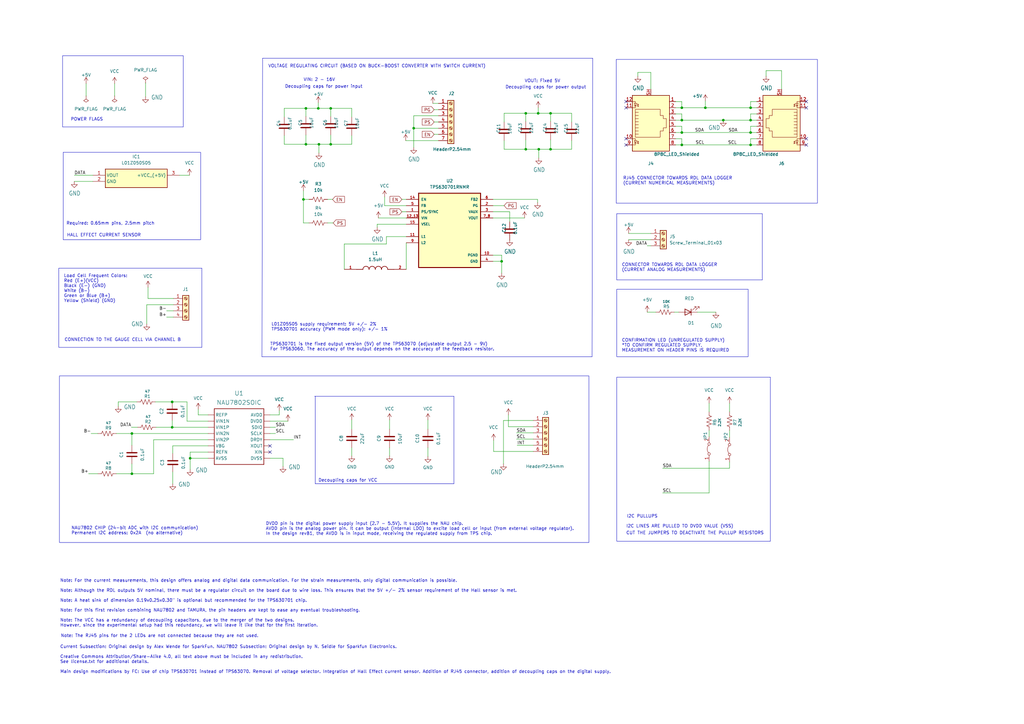
<source format=kicad_sch>
(kicad_sch (version 20230121) (generator eeschema)
  (paper "A3")
  (title_block (title "NAU7802 Board for Current and Strain Measurements") (date "2024-03-12") (rev "rev B1") (company "Jericho Laboratory Inc.") (comment 1 "Modifications by Frederic Coulombe, BEng MSc"))
  (lib_symbols
    (symbol "Connector:8P8C_LED_Shielded" (pin_names (offset 1.016))
      (property "Reference" "J" (at -5.08 13.97 0))
      (property "Value" "8P8C_LED_Shielded" (at 1.27 13.97 0))
      (symbol "8P8C_LED_Shielded_1_1"
        (pin passive line (at 10.16 -7.62 180) (length 2.54) (name "~") (number "1"))
        (pin passive line (at -10.16 7.62 0) (length 2.54) (name "~") (number "10"))
        (pin passive line (at -10.16 -5.08 0) (length 2.54) (name "~") (number "11"))
        (pin passive line (at -10.16 -7.62 0) (length 2.54) (name "~") (number "12"))
        (pin passive line (at 10.16 -5.08 180) (length 2.54) (name "~") (number "2"))
        (pin passive line (at 10.16 -2.54 180) (length 2.54) (name "~") (number "3"))
        (pin passive line (at 10.16 0 180) (length 2.54) (name "~") (number "4"))
        (pin passive line (at 10.16 2.54 180) (length 2.54) (name "~") (number "5"))
        (pin passive line (at 10.16 5.08 180) (length 2.54) (name "~") (number "6"))
        (pin passive line (at 10.16 7.62 180) (length 2.54) (name "~") (number "7"))
        (pin passive line (at 10.16 10.16 180) (length 2.54) (name "~") (number "8"))
        (pin passive line (at -10.16 10.16 0) (length 2.54) (name "~") (number "9"))
        (pin passive line (at 0 -12.7 90) (length 2.54) (name "~") (number "SH"))
      )
    )
    (symbol "Connector:Screw_Terminal_01x03" (pin_names (offset 1.016) hide)
      (property "Reference" "J" (at 0 5.08 0))
      (property "Value" "Screw_Terminal_01x03" (at 0 -5.08 0))
      (symbol "Screw_Terminal_01x03_1_1"
        (pin passive line (at -5.08 2.54 0) (length 3.81) (name "Pin_1") (number "1"))
        (pin passive line (at -5.08 0 0) (length 3.81) (name "Pin_2") (number "2"))
        (pin passive line (at -5.08 -2.54 0) (length 3.81) (name "Pin_3") (number "3"))
      )
    )
    (symbol "Connector:Screw_Terminal_01x04" (pin_names (offset 1.016) hide)
      (property "Reference" "J" (at 0 5.08 0))
      (property "Value" "Screw_Terminal_01x04" (at 0 -7.62 0))
      (symbol "Screw_Terminal_01x04_1_1"
        (pin passive line (at -5.08 2.54 0) (length 3.81) (name "Pin_1") (number "1"))
        (pin passive line (at -5.08 0 0) (length 3.81) (name "Pin_2") (number "2"))
        (pin passive line (at -5.08 -2.54 0) (length 3.81) (name "Pin_3") (number "3"))
        (pin passive line (at -5.08 -5.08 0) (length 3.81) (name "Pin_4") (number "4"))
      )
    )
    (symbol "Connector:Screw_Terminal_01x06" (pin_names (offset 1.016) hide)
      (property "Reference" "J" (at 0 7.62 0))
      (property "Value" "Screw_Terminal_01x06" (at 0 -10.16 0))
      (symbol "Screw_Terminal_01x06_1_1"
        (pin passive line (at -5.08 5.08 0) (length 3.81) (name "Pin_1") (number "1"))
        (pin passive line (at -5.08 2.54 0) (length 3.81) (name "Pin_2") (number "2"))
        (pin passive line (at -5.08 0 0) (length 3.81) (name "Pin_3") (number "3"))
        (pin passive line (at -5.08 -2.54 0) (length 3.81) (name "Pin_4") (number "4"))
        (pin passive line (at -5.08 -5.08 0) (length 3.81) (name "Pin_5") (number "5"))
        (pin passive line (at -5.08 -7.62 0) (length 3.81) (name "Pin_6") (number "6"))
      )
    )
    (symbol "Connector:Screw_Terminal_01x07" (pin_names (offset 1.016) hide)
      (property "Reference" "J" (at 0 10.16 0))
      (property "Value" "Screw_Terminal_01x07" (at 0 -10.16 0))
      (symbol "Screw_Terminal_01x07_1_1"
        (pin passive line (at -5.08 7.62 0) (length 3.81) (name "Pin_1") (number "1"))
        (pin passive line (at -5.08 5.08 0) (length 3.81) (name "Pin_2") (number "2"))
        (pin passive line (at -5.08 2.54 0) (length 3.81) (name "Pin_3") (number "3"))
        (pin passive line (at -5.08 0 0) (length 3.81) (name "Pin_4") (number "4"))
        (pin passive line (at -5.08 -2.54 0) (length 3.81) (name "Pin_5") (number "5"))
        (pin passive line (at -5.08 -5.08 0) (length 3.81) (name "Pin_6") (number "6"))
        (pin passive line (at -5.08 -7.62 0) (length 3.81) (name "Pin_7") (number "7"))
      )
    )
    (symbol "Device:C" (pin_numbers hide) (pin_names (offset 0.254))
      (property "Reference" "C" (at 0.635 2.54 0))
      (property "Value" "C" (at 0.635 -2.54 0))
      (symbol "C_1_1"
        (pin passive line (at 0 3.81 270) (length 2.794) (name "~") (number "1"))
        (pin passive line (at 0 -3.81 90) (length 2.794) (name "~") (number "2"))
      )
    )
    (symbol "Device:LED" (pin_numbers hide) (pin_names (offset 1.016) hide)
      (property "Reference" "D" (at 0 2.54 0))
      (property "Value" "LED" (at 0 -2.54 0))
      (symbol "LED_1_1"
        (pin passive line (at -3.81 0 0) (length 2.54) (name "K") (number "1"))
        (pin passive line (at 3.81 0 180) (length 2.54) (name "A") (number "2"))
      )
    )
    (symbol "Device:R_US" (pin_numbers hide) (pin_names (offset 0))
      (property "Reference" "R" (at 2.54 0 90))
      (property "Value" "R_US" (at -2.54 0 90))
      (symbol "R_US_1_1"
        (pin passive line (at 0 3.81 270) (length 1.27) (name "~") (number "1"))
        (pin passive line (at 0 -3.81 90) (length 1.27) (name "~") (number "2"))
      )
    )
    (symbol "Jumper:Jumper_2_Bridged" (pin_names (offset 0) hide)
      (property "Reference" "JP" (at 0 1.905 0))
      (property "Value" "Jumper_2_Bridged" (at 0 -2.54 0))
      (symbol "Jumper_2_Bridged_1_1"
        (pin passive line (at -5.08 0 0) (length 2.54) (name "A") (number "1"))
        (pin passive line (at 5.08 0 180) (length 2.54) (name "B") (number "2"))
      )
    )
    (symbol "L01Z050S05:L01Z050S05"
      (property "Reference" "IC" (at 31.75 7.62 0))
      (property "Value" "L01Z050S05" (at 31.75 5.08 0))
      (symbol "L01Z050S05_1_1"
        (pin passive line (at 0 0 0) (length 5.08) (name "VOUT") (number "1"))
        (pin passive line (at 0 -2.54 0) (length 5.08) (name "GND") (number "2"))
        (pin passive line (at 35.56 0 180) (length 5.08) (name "+VCC_(+5V)") (number "3"))
      )
    )
    (symbol "Qwiic_Scale-eagle-import:NAU7802SOIC"
      (property "Reference" "U" (at -10.16 10.922 0))
      (property "Value" "NAU7802SOIC" (at -10.16 -15.24 0))
      (symbol "NAU7802SOIC_1_0"
        (pin bidirectional line (at -12.7 7.62 0) (length 2.54) (name "REFP") (number "1"))
        (pin bidirectional line (at 12.7 -7.62 180) (length 2.54) (name "XIN") (number "10"))
        (pin bidirectional line (at 12.7 -5.08 180) (length 2.54) (name "XOUT") (number "11"))
        (pin bidirectional line (at 12.7 -2.54 180) (length 2.54) (name "DRDY") (number "12"))
        (pin bidirectional line (at 12.7 0 180) (length 2.54) (name "SCLK") (number "13"))
        (pin bidirectional line (at 12.7 2.54 180) (length 2.54) (name "SDIO") (number "14"))
        (pin bidirectional line (at 12.7 5.08 180) (length 2.54) (name "DVDD") (number "15"))
        (pin bidirectional line (at 12.7 7.62 180) (length 2.54) (name "AVDD") (number "16"))
        (pin bidirectional line (at -12.7 5.08 0) (length 2.54) (name "VIN1N") (number "2"))
        (pin bidirectional line (at -12.7 2.54 0) (length 2.54) (name "VIN1P") (number "3"))
        (pin bidirectional line (at -12.7 0 0) (length 2.54) (name "VIN2N") (number "4"))
        (pin bidirectional line (at -12.7 -2.54 0) (length 2.54) (name "VIN2P") (number "5"))
        (pin bidirectional line (at -12.7 -5.08 0) (length 2.54) (name "VBG") (number "6"))
        (pin bidirectional line (at -12.7 -7.62 0) (length 2.54) (name "REFN") (number "7"))
        (pin bidirectional line (at -12.7 -10.16 0) (length 2.54) (name "AVSS") (number "8"))
        (pin bidirectional line (at 12.7 -10.16 180) (length 2.54) (name "DVSS") (number "9"))
      )
    )
    (symbol "TPS63070RNMR:TPS63070RNMR" (pin_names (offset 1.016))
      (property "Reference" "U" (at -12.7 16.24 0))
      (property "Value" "TPS63070RNMR" (at -12.7 -19.24 0))
      (symbol "TPS63070RNMR_0_0"
        (pin input line (at -17.78 7.62 0) (length 5.08) (name "PS/SYNC") (number "1"))
        (pin power_in line (at 17.78 -10.16 180) (length 5.08) (name "PGND") (number "10"))
        (pin bidirectional line (at -17.78 -2.54 0) (length 5.08) (name "L1") (number "11"))
        (pin input line (at -17.78 5.08 0) (length 5.08) (name "VIN") (number "12_13"))
        (pin input line (at -17.78 12.7 0) (length 5.08) (name "EN") (number "14"))
        (pin input line (at -17.78 2.54 0) (length 5.08) (name "VSEL") (number "15"))
        (pin output line (at 17.78 10.16 180) (length 5.08) (name "PG") (number "2"))
        (pin output line (at 17.78 7.62 180) (length 5.08) (name "VAUX") (number "3"))
        (pin power_in line (at 17.78 -12.7 180) (length 5.08) (name "GND") (number "4"))
        (pin input line (at -17.78 10.16 0) (length 5.08) (name "FB") (number "5"))
        (pin output line (at 17.78 12.7 180) (length 5.08) (name "FB2") (number "6"))
        (pin output line (at 17.78 5.08 180) (length 5.08) (name "VOUT") (number "7_8"))
        (pin bidirectional line (at -17.78 -5.08 0) (length 5.08) (name "L2") (number "9"))
      )
    )
    (symbol "XFL4020-152MEC:XFL4020-152MEC" (pin_names (offset 1.016))
      (property "Reference" "L" (at -5.08 2.54 0))
      (property "Value" "XFL4020-152MEC" (at -5.08 -2.54 0))
      (symbol "XFL4020-152MEC_0_0"
        (pin passive line (at -12.7 0 0) (length 5.08) (name "~") (number "1"))
        (pin passive line (at 12.7 0 180) (length 5.08) (name "~") (number "2"))
      )
    )
    (symbol "power:+5V" (power) (pin_names (offset 0))
      (property "Value" "+5V" (at 0 3.556 0))
      (symbol "+5V_1_1"
        (pin power_in line (at 0 0 90) (length 0) hide (name "+5V") (number "1"))
      )
    )
    (symbol "power:GND" (power) (pin_names (offset 0))
      (property "Value" "GND" (at 0 -3.81 0))
      (symbol "GND_1_1"
        (pin power_in line (at 0 0 270) (length 0) hide (name "GND") (number "1"))
      )
    )
    (symbol "power:PWR_FLAG" (power) (pin_numbers hide) (pin_names (offset 0) hide)
      (property "Value" "PWR_FLAG" (at 0 3.81 0))
      (symbol "PWR_FLAG_0_0"
        (pin power_out line (at 0 0 90) (length 0) (name "pwr") (number "1"))
      )
    )
    (symbol "power:VCC" (power) (pin_names (offset 0))
      (property "Value" "VCC" (at 0 3.81 0))
      (symbol "VCC_1_1"
        (pin power_in line (at 0 0 90) (length 0) hide (name "VCC") (number "1"))
      )
    )
  )
  (junction (at 225.806 61.214))
  (junction (at 125.476 44.45))
  (junction (at 54.102 194.31))
  (junction (at 70.612 175.26))
  (junction (at 130.81 59.182))
  (junction (at 215.646 46.482))
  (junction (at 215.646 61.214))
  (junction (at 296.672 49.276))
  (junction (at 70.612 164.846))
  (junction (at 135.636 44.45))
  (junction (at 279.654 59.436))
  (junction (at 54.102 177.8))
  (junction (at 279.654 49.276))
  (junction (at 289.306 44.196))
  (junction (at 279.654 44.196))
  (junction (at 124.46 81.788))
  (junction (at 77.978 187.96))
  (junction (at 307.848 59.436))
  (junction (at 130.556 44.45))
  (junction (at 135.636 59.182))
  (junction (at 169.672 52.578))
  (junction (at 307.848 49.276))
  (junction (at 225.806 46.482))
  (junction (at 279.654 54.356))
  (junction (at 307.848 54.356))
  (junction (at 307.848 44.196))
  (junction (at 205.74 107.188))
  (junction (at 220.98 61.214))
  (junction (at 125.476 59.182))
  (junction (at 220.726 46.482))
  (no_connect (at 330.708 41.656))
  (no_connect (at 110.744 182.88))
  (no_connect (at 330.708 44.196))
  (no_connect (at 256.794 59.436))
  (no_connect (at 256.794 44.196))
  (no_connect (at 256.794 56.896))
  (no_connect (at 330.708 59.436))
  (no_connect (at 330.708 56.896))
  (no_connect (at 110.744 185.42))
  (no_connect (at 256.794 41.656))
  (wire (pts (xy 279.654 59.436) (xy 307.848 59.436)))
  (wire (pts (xy 76.708 172.72) (xy 76.708 164.846)))
  (wire (pts (xy 141.224 100.076) (xy 141.224 110.49)))
  (wire (pts (xy 220.98 61.214) (xy 220.98 64.77)))
  (wire (pts (xy 220.726 46.482) (xy 225.806 46.482)))
  (wire (pts (xy 177.546 42.418) (xy 179.832 42.418)))
  (wire (pts (xy 178.054 50.038) (xy 179.832 50.038)))
  (wire (pts (xy 202.184 104.648) (xy 205.74 104.648)))
  (wire (pts (xy 202.184 81.788) (xy 220.472 81.788)))
  (wire (pts (xy 220.98 61.214) (xy 225.806 61.214)))
  (wire (pts (xy 46.99 39.37) (xy 46.99 34.29)))
  (wire (pts (xy 77.978 187.96) (xy 85.344 187.96)))
  (wire (pts (xy 277.114 46.736) (xy 279.654 46.736)))
  (polyline (pts (xy 242.824 146.304) (xy 243.078 23.876)))
  (wire (pts (xy 110.744 172.72) (xy 118.11 172.72)))
  (wire (pts (xy 76.708 164.846) (xy 70.612 164.846)))
  (wire (pts (xy 202.184 84.328) (xy 206.756 84.328)))
  (wire (pts (xy 155.194 89.408) (xy 166.624 89.408)))
  (wire (pts (xy 279.654 59.436) (xy 279.654 56.896)))
  (wire (pts (xy 205.74 104.648) (xy 205.74 107.188)))
  (wire (pts (xy 202.438 180.594) (xy 202.438 185.166)))
  (wire (pts (xy 206.756 57.658) (xy 206.756 61.214)))
  (wire (pts (xy 225.806 46.482) (xy 225.806 49.784)))
  (wire (pts (xy 299.212 176.53) (xy 299.212 179.324)))
  (wire (pts (xy 175.514 183.642) (xy 175.514 187.198)))
  (wire (pts (xy 307.848 56.896) (xy 310.388 56.896)))
  (wire (pts (xy 130.556 44.45) (xy 135.636 44.45)))
  (wire (pts (xy 113.03 175.26) (xy 110.744 175.26)))
  (wire (pts (xy 116.586 44.45) (xy 125.476 44.45)))
  (wire (pts (xy 144.272 59.182) (xy 135.636 59.182)))
  (wire (pts (xy 144.272 55.626) (xy 144.272 59.182)))
  (wire (pts (xy 234.442 46.482) (xy 225.806 46.482)))
  (wire (pts (xy 279.654 56.896) (xy 277.114 56.896)))
  (wire (pts (xy 68.326 130.048) (xy 71.12 130.048)))
  (wire (pts (xy 279.654 49.276) (xy 296.672 49.276)))
  (wire (pts (xy 130.556 42.164) (xy 130.556 44.45)))
  (wire (pts (xy 277.114 59.436) (xy 279.654 59.436)))
  (wire (pts (xy 279.654 49.276) (xy 279.654 46.736)))
  (wire (pts (xy 215.646 61.214) (xy 220.98 61.214)))
  (wire (pts (xy 47.752 177.8) (xy 54.102 177.8)))
  (wire (pts (xy 310.388 59.436) (xy 307.848 59.436)))
  (wire (pts (xy 134.366 91.44) (xy 136.652 91.44)))
  (wire (pts (xy 178.054 55.118) (xy 179.832 55.118)))
  (polyline (pts (xy 186.182 162.56) (xy 186.182 198.374)))
  (wire (pts (xy 70.866 185.928) (xy 70.866 182.88)))
  (wire (pts (xy 159.766 172.212) (xy 159.766 176.022)))
  (wire (pts (xy 271.78 202.184) (xy 290.83 202.184)))
  (wire (pts (xy 60.198 132.842) (xy 60.198 124.968)))
  (wire (pts (xy 166.37 57.658) (xy 179.832 57.658)))
  (wire (pts (xy 135.636 44.45) (xy 135.636 47.752)))
  (wire (pts (xy 120.396 180.34) (xy 110.744 180.34)))
  (wire (pts (xy 114.554 170.18) (xy 114.554 168.402)))
  (wire (pts (xy 310.388 46.736) (xy 307.848 46.736)))
  (wire (pts (xy 35.306 39.37) (xy 35.306 34.29)))
  (wire (pts (xy 212.09 182.626) (xy 218.694 182.626)))
  (wire (pts (xy 116.078 187.96) (xy 116.078 191.262)))
  (wire (pts (xy 307.848 59.436) (xy 307.848 56.896)))
  (wire (pts (xy 206.756 61.214) (xy 215.646 61.214)))
  (wire (pts (xy 175.514 172.212) (xy 175.514 176.022)))
  (wire (pts (xy 144.272 48.006) (xy 144.272 44.45)))
  (wire (pts (xy 110.744 187.96) (xy 116.078 187.96)))
  (wire (pts (xy 164.846 86.868) (xy 166.624 86.868)))
  (wire (pts (xy 125.476 59.182) (xy 130.81 59.182)))
  (wire (pts (xy 289.306 41.402) (xy 289.306 44.196)))
  (wire (pts (xy 135.636 59.182) (xy 135.636 55.372)))
  (wire (pts (xy 290.83 165.354) (xy 290.83 168.91)))
  (wire (pts (xy 271.78 192.024) (xy 299.212 192.024)))
  (wire (pts (xy 276.606 128.016) (xy 278.384 128.016)))
  (wire (pts (xy 220.726 44.196) (xy 220.726 46.482)))
  (wire (pts (xy 38.1 71.882) (xy 30.48 71.882)))
  (wire (pts (xy 296.672 49.276) (xy 307.848 49.276)))
  (wire (pts (xy 202.438 185.166) (xy 218.694 185.166)))
  (polyline (pts (xy 107.442 146.304) (xy 242.824 146.304)))
  (wire (pts (xy 81.28 167.894) (xy 81.28 170.18)))
  (wire (pts (xy 166.624 110.49) (xy 166.624 99.568)))
  (wire (pts (xy 279.654 44.196) (xy 289.306 44.196)))
  (wire (pts (xy 36.322 194.31) (xy 40.132 194.31)))
  (wire (pts (xy 206.502 172.466) (xy 206.502 190.246)))
  (polyline (pts (xy 107.696 23.876) (xy 107.442 146.304)))
  (wire (pts (xy 310.388 41.656) (xy 307.848 41.656)))
  (wire (pts (xy 289.306 44.196) (xy 307.848 44.196)))
  (wire (pts (xy 169.672 47.498) (xy 179.832 47.498)))
  (wire (pts (xy 70.866 193.548) (xy 70.866 198.374)))
  (wire (pts (xy 158.496 100.076) (xy 141.224 100.076)))
  (wire (pts (xy 310.388 44.196) (xy 307.848 44.196)))
  (wire (pts (xy 54.102 194.31) (xy 47.752 194.31)))
  (wire (pts (xy 85.344 172.72) (xy 76.708 172.72)))
  (wire (pts (xy 310.388 54.356) (xy 307.848 54.356)))
  (wire (pts (xy 277.114 49.276) (xy 279.654 49.276)))
  (polyline (pts (xy 129.286 198.374) (xy 129.286 162.56)))
  (wire (pts (xy 60.706 117.856) (xy 60.706 122.428)))
  (wire (pts (xy 209.042 86.868) (xy 209.042 90.932)))
  (wire (pts (xy 279.654 54.356) (xy 279.654 51.816)))
  (wire (pts (xy 279.654 44.196) (xy 279.654 41.656)))
  (wire (pts (xy 77.978 187.96) (xy 77.978 192.532)))
  (wire (pts (xy 218.694 172.466) (xy 206.502 172.466)))
  (wire (pts (xy 134.366 81.788) (xy 136.398 81.788)))
  (wire (pts (xy 81.28 170.18) (xy 85.344 170.18)))
  (wire (pts (xy 209.042 98.552) (xy 209.042 98.298)))
  (wire (pts (xy 279.654 54.356) (xy 307.848 54.356)))
  (polyline (pts (xy 252.984 87.63) (xy 312.674 87.63)))
  (wire (pts (xy 54.102 190.246) (xy 54.102 194.31)))
  (wire (pts (xy 261.62 29.718) (xy 266.954 29.718)))
  (wire (pts (xy 310.388 49.276) (xy 307.848 49.276)))
  (polyline (pts (xy 252.984 87.63) (xy 252.984 114.808)))
  (wire (pts (xy 85.344 185.42) (xy 77.978 185.42)))
  (wire (pts (xy 206.756 46.482) (xy 215.646 46.482)))
  (wire (pts (xy 266.954 29.718) (xy 266.954 36.576)))
  (wire (pts (xy 215.646 46.482) (xy 220.726 46.482)))
  (wire (pts (xy 68.326 127.508) (xy 71.12 127.508)))
  (wire (pts (xy 202.184 107.188) (xy 205.74 107.188)))
  (wire (pts (xy 70.612 175.26) (xy 85.344 175.26)))
  (wire (pts (xy 314.198 28.956) (xy 320.548 28.956)))
  (wire (pts (xy 208.534 175.006) (xy 208.534 170.18)))
  (wire (pts (xy 299.212 165.354) (xy 299.212 168.91)))
  (wire (pts (xy 124.46 81.788) (xy 126.746 81.788)))
  (wire (pts (xy 48.514 164.846) (xy 56.134 164.846)))
  (wire (pts (xy 70.612 172.466) (xy 70.612 175.26)))
  (wire (pts (xy 62.992 194.31) (xy 54.102 194.31)))
  (wire (pts (xy 218.694 175.006) (xy 208.534 175.006)))
  (wire (pts (xy 265.43 128.016) (xy 268.986 128.016)))
  (wire (pts (xy 314.198 31.242) (xy 314.198 28.956)))
  (wire (pts (xy 48.514 164.846) (xy 48.514 166.624)))
  (wire (pts (xy 73.66 71.882) (xy 77.724 71.882)))
  (wire (pts (xy 261.62 31.242) (xy 261.62 29.718)))
  (wire (pts (xy 279.654 51.816) (xy 277.114 51.816)))
  (wire (pts (xy 166.624 97.028) (xy 158.496 97.028)))
  (wire (pts (xy 286.004 128.016) (xy 293.624 128.016)))
  (wire (pts (xy 54.102 177.8) (xy 85.344 177.8)))
  (polyline (pts (xy 129.032 162.56) (xy 129.286 162.56)))
  (wire (pts (xy 60.706 122.428) (xy 71.12 122.428)))
  (wire (pts (xy 234.442 61.214) (xy 225.806 61.214)))
  (wire (pts (xy 157.734 84.328) (xy 166.624 84.328)))
  (wire (pts (xy 54.102 177.8) (xy 54.102 182.626)))
  (wire (pts (xy 110.744 170.18) (xy 114.554 170.18)))
  (wire (pts (xy 169.672 52.578) (xy 169.672 47.498)))
  (wire (pts (xy 211.836 180.086) (xy 218.694 180.086)))
  (wire (pts (xy 116.586 55.626) (xy 116.586 59.182)))
  (wire (pts (xy 164.846 81.788) (xy 166.624 81.788)))
  (wire (pts (xy 126.746 91.44) (xy 124.46 91.44)))
  (wire (pts (xy 277.114 54.356) (xy 279.654 54.356)))
  (polyline (pts (xy 312.674 114.808) (xy 252.984 114.808)))
  (wire (pts (xy 234.442 50.038) (xy 234.442 46.482)))
  (wire (pts (xy 64.008 175.26) (xy 70.612 175.26)))
  (wire (pts (xy 157.734 80.772) (xy 157.734 84.328)))
  (wire (pts (xy 202.184 89.408) (xy 215.138 89.408)))
  (wire (pts (xy 307.848 44.196) (xy 307.848 41.656)))
  (wire (pts (xy 116.586 59.182) (xy 125.476 59.182)))
  (wire (pts (xy 206.756 50.038) (xy 206.756 46.482)))
  (wire (pts (xy 211.836 177.546) (xy 218.694 177.546)))
  (wire (pts (xy 124.46 91.44) (xy 124.46 81.788)))
  (wire (pts (xy 166.624 91.948) (xy 154.686 91.948)))
  (wire (pts (xy 38.1 74.422) (xy 30.48 74.422)))
  (wire (pts (xy 144.272 183.642) (xy 144.272 186.944)))
  (wire (pts (xy 225.806 61.214) (xy 225.806 57.404)))
  (wire (pts (xy 130.81 59.182) (xy 130.81 62.738)))
  (wire (pts (xy 37.338 177.8) (xy 40.132 177.8)))
  (wire (pts (xy 169.672 60.452) (xy 169.672 52.578)))
  (polyline (pts (xy 129.286 162.56) (xy 186.182 162.56)))
  (wire (pts (xy 144.272 44.45) (xy 135.636 44.45)))
  (wire (pts (xy 53.848 175.26) (xy 56.388 175.26)))
  (wire (pts (xy 116.586 48.006) (xy 116.586 44.45)))
  (wire (pts (xy 159.766 183.642) (xy 159.766 186.944)))
  (polyline (pts (xy 186.182 198.374) (xy 129.286 198.374)))
  (wire (pts (xy 125.476 55.372) (xy 125.476 59.182)))
  (wire (pts (xy 125.476 47.752) (xy 125.476 44.45)))
  (wire (pts (xy 307.848 54.356) (xy 307.848 51.816)))
  (wire (pts (xy 307.848 49.276) (xy 307.848 46.736)))
  (wire (pts (xy 299.212 189.484) (xy 299.212 192.024)))
  (wire (pts (xy 130.81 59.182) (xy 135.636 59.182)))
  (wire (pts (xy 205.74 107.188) (xy 205.74 112.014)))
  (wire (pts (xy 290.83 176.53) (xy 290.83 179.07)))
  (wire (pts (xy 113.03 177.8) (xy 110.744 177.8)))
  (wire (pts (xy 202.184 86.868) (xy 209.042 86.868)))
  (wire (pts (xy 59.69 34.036) (xy 59.69 39.624)))
  (wire (pts (xy 215.646 49.784) (xy 215.646 46.482)))
  (wire (pts (xy 257.81 95.758) (xy 266.954 95.758)))
  (wire (pts (xy 234.442 57.658) (xy 234.442 61.214)))
  (wire (pts (xy 154.686 91.948) (xy 154.686 93.218)))
  (wire (pts (xy 220.472 81.788) (xy 220.472 83.058)))
  (wire (pts (xy 257.81 98.298) (xy 266.954 98.298)))
  (wire (pts (xy 277.114 41.656) (xy 279.654 41.656)))
  (wire (pts (xy 144.272 172.212) (xy 144.272 176.022)))
  (wire (pts (xy 290.83 189.23) (xy 290.83 202.184)))
  (wire (pts (xy 70.866 182.88) (xy 85.344 182.88)))
  (wire (pts (xy 62.992 180.34) (xy 62.992 194.31)))
  (wire (pts (xy 124.46 78.232) (xy 124.46 81.788)))
  (wire (pts (xy 277.114 44.196) (xy 279.654 44.196)))
  (polyline (pts (xy 107.696 23.876) (xy 243.078 23.876)))
  (wire (pts (xy 77.978 185.42) (xy 77.978 187.96)))
  (wire (pts (xy 125.476 44.45) (xy 130.556 44.45)))
  (wire (pts (xy 70.612 164.846) (xy 63.754 164.846)))
  (wire (pts (xy 85.344 180.34) (xy 62.992 180.34)))
  (wire (pts (xy 158.496 97.028) (xy 158.496 100.076)))
  (wire (pts (xy 60.198 124.968) (xy 71.12 124.968)))
  (polyline (pts (xy 312.674 87.63) (xy 312.674 114.808)))
  (wire (pts (xy 265.43 100.838) (xy 266.954 100.838)))
  (wire (pts (xy 307.848 51.816) (xy 310.388 51.816)))
  (wire (pts (xy 178.054 44.958) (xy 179.832 44.958)))
  (wire (pts (xy 169.672 52.578) (xy 179.832 52.578)))
  (wire (pts (xy 320.548 28.956) (xy 320.548 36.576)))
  (wire (pts (xy 215.646 57.404) (xy 215.646 61.214)))
  (rectangle (start 252.984 118.618) (end 306.832 146.304))
  (rectangle (start 252.73 24.384) (end 335.28 83.312))
  (rectangle (start 252.984 154.686) (end 315.976 221.996))
  (rectangle (start 24.13 109.982) (end 82.804 142.494))
  (rectangle (start 25.908 62.484) (end 82.296 98.298))
  (rectangle (start 24.384 154.178) (end 241.554 222.504))
  (rectangle (start 25.654 22.86) (end 75.184 52.07))
  (text "Note: For this first revision combining NAU7802 and TAMURA, the pin headers are kept to ease any eventual troubleshooting.\n\nNote: The VCC has a redundancy of decoupling capacitors, due to the merger of the two designs. \nHowever, since the experimental setup had this redundancy, we will leave it like that for the first iteration." (at 24.638 257.302 0) (effects (font (size 1.27 1.27)) (justify left bottom)))
  (text "RJ45 CONNECTOR TOWARDS RDL DATA LOGGER \n(CURRENT NUMERICAL MEASUREMENTS)\n" (at 255.524 75.946 0) (effects (font (size 1.27 1.27)) (justify left bottom)))
  (text "Note: For the current measurements, this design offers analog and digital data communication. For the strain measurements, only digital communication is possible.\n\nNote: Although the RDL outputs 5V nominal, there must be a regulator circuit on the board due to wire loss. This ensures that the 5V +/- 2% sensor requirement of the Hall sensor is met.\n\nNote: A heat sink of dimension 0.19x0.25x0.30\" is optional but recommended for the TPS630701 chip." (at 24.638 247.142 0) (effects (font (size 1.27 1.27)) (justify left bottom)))
  (text "CONNECTOR TOWARDS RDL DATA LOGGER \n(CURRENT ANALOG MEASUREMENTS)\n" (at 255.016 111.506 0) (effects (font (size 1.27 1.27)) (justify left bottom)))
  (text "HALL EFFECT CURRENT SENSOR" (at 27.432 97.282 0) (effects (font (size 1.27 1.27)) (justify left bottom)))
  (text "POWER FLAGS\n" (at 28.956 49.784 0) (effects (font (size 1.27 1.27)) (justify left bottom)))
  (text "VOLTAGE REGULATING CIRCUIT (BASED ON BUCK-BOOST CONVERTER WITH SWITCH CURRENT)" (at 109.982 27.94 0) (effects (font (size 1.27 1.27)) (justify left bottom)))
  (text "NAU7802 CHIP (24-bit ADC with I2C communication)\nPermanent I2C address: 0x2A  (no alternative)" (at 29.21 219.456 0) (effects (font (size 1.27 1.27)) (justify left bottom)))
  (text "VIN: 2 - 16V" (at 124.46 33.528 0) (effects (font (size 1.27 1.27)) (justify left bottom)))
  (text "Decoupling caps for power output" (at 207.264 36.576 0) (effects (font (size 1.27 1.27)) (justify left bottom)))
  (text "Note: The RJ45 pins for the 2 LEDs are not connected because they are not used." (at 24.892 261.62 0) (effects (font (size 1.27 1.27)) (justify left bottom)))
  (text "\nCurrent Subsection: Original design by Alex Wende for SparkFun. NAU7802 Subsection: Original design by N. Seidle for Sparkfun Electronics.\n\nCreative Commons Attribution/Share-Alike 4.0, all text above must be included in any redistribution. \nSee license.txt for additional details.\n\nMain design modifications by FC: Use of chip TPS630701 instead of TPS63070. Removal of voltage selector. Integration of Hall Effect current sensor. Addition of RJ45 connector, addition of decoupling caps on the digital supply." (at 24.638 276.352 0) (effects (font (size 1.27 1.27)) (justify left bottom)))
  (text "Load Cell Frequent Colors:\nRed (E+)(VCC)\nBlack (E-) (GND)\nWhite (B-)\nGreen or Blue (B+)\nYellow (Shield) (GND)" (at 26.162 124.206 0) (effects (font (size 1.27 1.27)) (justify left bottom)))
  (text "L01Z05S05 supply requirement: 5V +/- 2%\nTPS630701 accuracy (PWM mode only): +/- 1%" (at 111.252 135.89 0) (effects (font (size 1.27 1.27)) (justify left bottom)))
  (text "CONNECTION TO THE GAUGE CELL VIA CHANNEL B" (at 26.416 140.208 0) (effects (font (size 1.27 1.27)) (justify left bottom)))
  (text "Decoupling caps for VCC" (at 130.556 197.866 0) (effects (font (size 1.27 1.27)) (justify left bottom)))
  (text "I2C LINES ARE PULLED TO DVDD VALUE (VSS)" (at 256.794 216.662 0) (effects (font (size 1.27 1.27)) (justify left bottom)))
  (text "VOUT: Fixed 5V" (at 215.138 34.036 0) (effects (font (size 1.27 1.27)) (justify left bottom)))
  (text "Decoupling caps for power input" (at 116.84 36.322 0) (effects (font (size 1.27 1.27)) (justify left bottom)))
  (text "Required: 0.65mm pins, 2.5mm pitch" (at 27.178 92.456 0) (effects (font (size 1.27 1.27)) (justify left bottom)))
  (text "** Last check on list of modifications/bugs in ManagementXLS." (at 138.176 -15.24 0) (effects (font (size 1.27 1.27)) (justify left bottom)))
  (text "I2C PULLUPS" (at 257.048 212.598 0) (effects (font (size 1.27 1.27)) (justify left bottom)))
  (text "CONFIRMATION LED (UNREGULATED SUPPLY)\n*TO CONFIRM REGULATED SUPPLY,\nMEASUREMENT ON HEADER PINS IS REQUIRED" (at 255.016 144.526 0) (effects (font (size 1.27 1.27)) (justify left bottom)))
  (text "CUT THE JUMPERS TO DEACTIVATE THE PULLUP RESISTORS" (at 256.794 219.456 0) (effects (font (size 1.27 1.27)) (justify left bottom)))
  (text "DVDD pin is the digital power supply input (2.7 - 5.5V). It supplies the NAU chip.\nAVDD pin is the analog power pin. It can be output (internal LDO) to excite load cell or input (from external voltage regulator). \nIn the design revB1, the AVDD is in input mode, receiving the regulated supply from TPS chip.\n" (at 108.966 219.71 0) (effects (font (size 1.27 1.27)) (justify left bottom)))
  (text "TPS630701 is the fixed output version (5V) of the TPS63070 (adjustable output 2.5 - 9V)\nFor TPS63060, The accuracy of the output depends on the accuracy of the feedback resistor." (at 110.744 144.018 0) (effects (font (size 1.27 1.27)) (justify left bottom)))
  (label "SCL" (at 211.836 180.086 0))
  (label "SCL" (at 302.26 59.436 180))
  (label "DATA" (at 30.48 71.882 0))
  (label "B+" (at 36.322 194.31 180))
  (label "SDA" (at 284.988 54.356 0))
  (label "INT" (at 120.396 180.34 0))
  (label "SCL" (at 271.78 202.184 0) (effects (font (size 1.2446 1.2446))))
  (label "B-" (at 68.326 127.508 180))
  (label "B+" (at 68.326 130.048 180))
  (label "DATA" (at 265.43 100.838 180))
  (label "INT" (at 212.09 182.626 0))
  (label "B-" (at 37.338 177.8 180))
  (label "SDA" (at 211.836 177.546 0))
  (label "SCL" (at 113.03 177.8 0))
  (label "SCL" (at 285.242 59.436 0))
  (label "SDA" (at 113.03 175.26 0))
  (label "DATA" (at 53.848 175.26 180))
  (label "SDA" (at 302.514 54.356 180))
  (label "SDA" (at 271.78 192.024 0) (effects (font (size 1.2446 1.2446))))
  (global_label "EN" (shape input) (at 178.054 55.118 180) (property "Intersheetrefs" "${INTERSHEET_REFS}" (effects hide)))
  (global_label "PS" (shape input) (at 178.054 50.038 180) (property "Intersheetrefs" "${INTERSHEET_REFS}" (effects hide)))
  (global_label "EN" (shape input) (at 164.846 81.788 180) (property "Intersheetrefs" "${INTERSHEET_REFS}" (effects hide)))
  (global_label "EN" (shape input) (at 136.398 81.788 0) (property "Intersheetrefs" "${INTERSHEET_REFS}" (effects hide)))
  (global_label "PS" (shape input) (at 136.652 91.44 0) (property "Intersheetrefs" "${INTERSHEET_REFS}" (effects hide)))
  (global_label "PG" (shape input) (at 178.054 44.958 180) (property "Intersheetrefs" "${INTERSHEET_REFS}" (effects hide)))
  (global_label "PS" (shape input) (at 164.846 86.868 180) (property "Intersheetrefs" "${INTERSHEET_REFS}" (effects hide)))
  (global_label "PG" (shape input) (at 206.756 84.328 0) (property "Intersheetrefs" "${INTERSHEET_REFS}" (effects hide)))
  (symbol (lib_id "Device:C") (at 54.102 186.436 0) (unit 1)
    (property "Reference" "C1" (at 49.784 186.436 90))
    (property "Value" "0.1uF" (at 58.42 186.436 90))
    (property "Footprint" "Capacitor_SMD:C_0805_2012Metric" (effects hide))
    (property "LCSC" "C49678" (effects hide))
  )
  (symbol (lib_id "Connector:Screw_Terminal_01x06") (at 223.774 177.546 0) (unit 1)
    (property "Reference" "J3" (at 223.774 169.418 0))
    (property "Value" "HeaderP2.54mm" (at 223.52 191.262 0))
    (property "Footprint" "Connector_PinHeader_2.54mm:PinHeader_1x06_P2.54mm_Vertical" (effects hide))
    (property "LCSC" "C706878" (effects hide))
  )
  (symbol (lib_id "power:GND") (at 30.48 74.422 0) (unit 1)
    (property "Reference" "#GND01" (effects hide))
    (property "Value" "GND" (at 28.194 80.264 0) (effects (font (size 1.778 1.5113)) (justify left bottom)))
    (property "Footprint" "Adafruit LTC4311 I2C Extender:" (effects hide))
  )
  (symbol (lib_id "power:+5V") (at 155.194 89.408 0) (unit 1)
    (property "Reference" "#PWR012" (effects hide))
    (property "Value" "+5V" (at 155.194 84.328 0))
  )
  (symbol (lib_id "power:+5V") (at 265.43 128.016 0) (unit 1)
    (property "Reference" "#PWR025" (effects hide))
    (property "Value" "+5V" (at 265.43 122.936 0))
  )
  (symbol (lib_id "power:VCC") (at 118.11 172.72 0) (unit 1)
    (property "Reference" "#PWR07" (effects hide))
    (property "Value" "VCC" (at 118.11 167.64 0))
  )
  (symbol (lib_id "power:GND") (at 205.74 112.014 0) (unit 1)
    (property "Reference" "#GND011" (effects hide))
    (property "Value" "GND" (at 203.454 117.856 0) (effects (font (size 1.778 1.5113)) (justify left bottom)))
    (property "Footprint" "Adafruit LTC4311 I2C Extender:" (effects hide))
  )
  (symbol (lib_id "power:GND") (at 130.81 62.738 0) (unit 1)
    (property "Reference" "#GND08" (effects hide))
    (property "Value" "GND" (at 128.524 68.58 0) (effects (font (size 1.778 1.5113)) (justify left bottom)))
    (property "Footprint" "Adafruit LTC4311 I2C Extender:" (effects hide))
  )
  (symbol (lib_id "power:VCC") (at 290.83 165.354 0) (unit 1)
    (property "Reference" "#PWR027" (effects hide))
    (property "Value" "VCC" (at 290.83 160.02 0))
  )
  (symbol (lib_id "power:GND") (at 144.272 186.944 0) (unit 1)
    (property "Reference" "#PWR011" (effects hide))
    (property "Value" "GND" (at 144.272 191.516 0))
  )
  (symbol (lib_id "Device:C") (at 159.766 179.832 0) (unit 1)
    (property "Reference" "C9" (at 155.448 179.832 90))
    (property "Value" "10uF" (at 164.084 179.832 90))
    (property "Footprint" "Capacitor_SMD:C_0805_2012Metric" (effects hide))
    (property "LCSC" "C15850" (effects hide))
  )
  (symbol (lib_id "power:GND") (at 116.078 191.262 0) (unit 1)
    (property "Reference" "#GND07" (effects hide))
    (property "Value" "GND" (at 118.364 192.532 0) (effects (font (size 1.778 1.5113)) (justify left bottom)))
    (property "Footprint" "Adafruit LTC4311 I2C Extender:" (effects hide))
  )
  (symbol (lib_id "power:+5V") (at 35.306 34.29 0) (unit 1)
    (property "Reference" "#PWR01" (effects hide))
    (property "Value" "+5V" (at 35.306 30.734 0))
  )
  (symbol (lib_id "power:VCC") (at 220.726 44.196 0) (unit 1)
    (property "Reference" "#PWR023" (effects hide))
    (property "Value" "VCC" (at 220.726 39.37 0))
  )
  (symbol (lib_id "Device:C") (at 135.636 51.562 0) (unit 1)
    (property "Reference" "C6" (at 133.346 50.312 90))
    (property "Value" "10uF" (at 137.936 50.312 90))
    (property "Footprint" "Capacitor_SMD:C_0805_2012Metric" (effects hide))
    (property "LCSC" "C15850" (effects hide))
  )
  (symbol (lib_id "power:VCC") (at 144.272 172.212 0) (unit 1)
    (property "Reference" "#PWR010" (effects hide))
    (property "Value" "VCC" (at 144.272 167.64 0))
  )
  (symbol (lib_id "TPS63070RNMR:TPS63070RNMR") (at 184.404 94.488 0) (unit 1)
    (property "Reference" "U2" (at 184.404 74.168 0))
    (property "Value" "TPS630701RNMR" (at 184.404 76.708 0))
    (property "Footprint" "SnapEDA_TPS63070RNMR:VREG_TPS63070RNMR" (effects hide))
    (property "MF" "Texas Instruments" (effects hide))
    (property "Description" "\nWide input voltage (2V-16V) buck-boost converter\n" (effects hide))
    (property "Package" "VQFN-HR-15 Texas Instruments" (effects hide))
    (property "Price" "None" (effects hide))
    (property "SnapEDA_Link" "https://www.snapeda.com/parts/TPS63070RNMR/Texas+Instruments/view-part/?ref=snap" (effects hide))
    (property "MP" "TPS63070RNMR" (effects hide))
    (property "Purchase-URL" "https://www.snapeda.com/api/url_track_click_mouser/?unipart_id=583017&manufacturer=Texas Instruments&part_name=TPS63070RNMR&search_term=tps63070" (effects hide))
    (property "Availability" "In Stock" (effects hide))
    (property "Check_prices" "https://www.snapeda.com/parts/TPS63070RNMR/Texas+Instruments/view-part/?ref=eda" (effects hide))
    (property "LCSC" "C2876599" (effects hide))
  )
  (symbol (lib_id "power:GND") (at 209.042 98.298 0) (unit 1)
    (property "Reference" "#GND013" (effects hide))
    (property "Value" "GND" (at 206.756 104.14 0) (effects (font (size 1.778 1.5113)) (justify left bottom)))
    (property "Footprint" "Adafruit LTC4311 I2C Extender:" (effects hide))
  )
  (symbol (lib_id "Connector:Screw_Terminal_01x07") (at 184.912 50.038 0) (unit 1)
    (property "Reference" "J2" (at 185.166 38.354 0))
    (property "Value" "HeaderP2.54mm" (at 185.42 61.214 0))
    (property "Footprint" "Connector_PinHeader_2.54mm:PinHeader_1x07_P2.54mm_Vertical" (effects hide))
    (property "LCSC" "C492406" (effects hide))
  )
  (symbol (lib_id "Device:R_US") (at 130.556 91.44 90) (unit 1)
    (property "Reference" "R4" (at 130.556 85.344 90))
    (property "Value" "10k" (at 130.556 87.884 90))
    (property "Footprint" "Resistor_SMD:R_1206_3216Metric" (effects hide))
    (property "LCSC" "C17902" (effects hide))
  )
  (symbol (lib_id "Device:R_US") (at 290.83 172.72 180) (unit 1)
    (property "Reference" "R6" (at 293.116 173.228 90))
    (property "Value" "2.2K" (at 295.148 173.228 90) (effects (font (size 1.016 1.016) bold)))
    (property "Footprint" "Resistor_SMD:R_0805_2012Metric" (effects hide))
    (property "LCSC" "C17414" (effects hide))
  )
  (symbol (lib_id "power:GND") (at 169.672 60.452 0) (unit 1)
    (property "Reference" "#GND010" (effects hide))
    (property "Value" "GND" (at 167.386 66.294 0) (effects (font (size 1.778 1.5113)) (justify left bottom)))
    (property "Footprint" "Adafruit LTC4311 I2C Extender:" (effects hide))
  )
  (symbol (lib_id "Device:R_US") (at 43.942 194.31 270) (unit 1)
    (property "Reference" "R8" (at 44.45 192.024 90))
    (property "Value" "47" (at 44.45 189.992 90) (effects (font (size 1.016 1.016) bold)))
    (property "Footprint" "Resistor_SMD:R_0805_2012Metric" (effects hide))
    (property "LCSC" "C17414" (effects hide))
  )
  (symbol (lib_id "Device:C") (at 144.272 179.832 0) (unit 1)
    (property "Reference" "C8" (at 139.954 179.832 90))
    (property "Value" "22uF" (at 148.59 179.832 90))
    (property "Footprint" "Capacitor_SMD:C_0805_2012Metric" (effects hide))
    (property "LCSC" "C45783" (effects hide))
  )
  (symbol (lib_id "power:+5V") (at 130.556 42.164 0) (unit 1)
    (property "Reference" "#PWR09" (effects hide))
    (property "Value" "+5V" (at 130.556 38.608 0))
  )
  (symbol (lib_id "Device:C") (at 125.476 51.562 0) (unit 1)
    (property "Reference" "C5" (at 123.186 50.312 90))
    (property "Value" "10uF" (at 127.776 50.312 90))
    (property "Footprint" "Capacitor_SMD:C_0805_2012Metric" (effects hide))
    (property "LCSC" "C15850" (effects hide))
  )
  (symbol (lib_id "power:GND") (at 206.502 190.246 0) (unit 1)
    (property "Reference" "#GND012" (effects hide))
    (property "Value" "GND" (at 201.168 194.564 0) (effects (font (size 1.778 1.5113)) (justify left bottom)))
    (property "Footprint" "Adafruit LTC4311 I2C Extender:" (effects hide))
  )
  (symbol (lib_id "Device:C") (at 116.586 51.816 0) (unit 1)
    (property "Reference" "C4" (at 114.296 50.566 90))
    (property "Value" "0.1uF" (at 118.886 50.566 90))
    (property "Footprint" "Capacitor_SMD:C_0805_2012Metric" (effects hide))
    (property "LCSC" "C49678" (effects hide))
  )
  (symbol (lib_id "power:VCC") (at 157.734 80.772 0) (unit 1)
    (property "Reference" "#PWR013" (effects hide))
    (property "Value" "VCC" (at 157.734 76.2 0))
  )
  (symbol (lib_id "power:PWR_FLAG") (at 46.99 39.37 180) (unit 1)
    (property "Reference" "#FLG02" (effects hide))
    (property "Value" "PWR_FLAG" (at 46.99 44.704 0))
  )
  (symbol (lib_id "Device:LED") (at 282.194 128.016 180) (unit 1)
    (property "Reference" "D1" (at 283.464 132.461 0))
    (property "Value" "RED" (at 282.702 122.428 0))
    (property "Footprint" "Diode_SMD:D_0603_1608Metric" (effects hide))
    (property "LCSC" "C2286" (effects hide))
  )
  (symbol (lib_id "Device:C") (at 70.612 168.656 0) (unit 1)
    (property "Reference" "C2" (at 66.294 168.656 90))
    (property "Value" "0.1uF" (at 74.93 168.656 90))
    (property "Footprint" "Capacitor_SMD:C_0805_2012Metric" (effects hide))
    (property "LCSC" "C49678" (effects hide))
  )
  (symbol (lib_id "power:GND") (at 293.624 128.016 0) (unit 1)
    (property "Reference" "#GND018" (effects hide))
    (property "Value" "GND" (at 291.338 134.62 0) (effects (font (size 1.778 1.5113)) (justify left bottom)))
    (property "Footprint" "Adafruit LTC4311 I2C Extender:" (effects hide))
  )
  (symbol (lib_id "Device:R_US") (at 130.556 81.788 270) (unit 1)
    (property "Reference" "R3" (at 130.556 75.438 90))
    (property "Value" "10k" (at 130.556 77.978 90))
    (property "Footprint" "Resistor_SMD:R_1206_3216Metric" (effects hide))
    (property "LCSC" "C17902" (effects hide))
  )
  (symbol (lib_id "power:GND") (at 220.472 83.058 0) (unit 1)
    (property "Reference" "#GND014" (effects hide))
    (property "Value" "GND" (at 218.186 88.9 0) (effects (font (size 1.778 1.5113)) (justify left bottom)))
    (property "Footprint" "Adafruit LTC4311 I2C Extender:" (effects hide))
  )
  (symbol (lib_id "Jumper:Jumper_2_Bridged") (at 299.212 184.404 90) (unit 1)
    (property "Reference" "JP2" (at 297.688 177.292 0) (effects (justify right)))
    (property "Value" "Jumper_2_Bridged" (effects hide))
    (property "Footprint" "Jumper:SolderJumper-2_P1.3mm_Bridged_Pad1.0x1.5mm" (effects hide))
  )
  (symbol (lib_id "power:+5V") (at 166.37 57.658 0) (unit 1)
    (property "Reference" "#PWR016" (effects hide))
    (property "Value" "+5V" (at 166.37 54.102 0))
  )
  (symbol (lib_id "power:PWR_FLAG") (at 59.69 34.036 0) (unit 1)
    (property "Reference" "#FLG03" (effects hide))
    (property "Value" "PWR_FLAG" (at 59.69 28.702 0))
  )
  (symbol (lib_id "Qwiic_Scale-eagle-import:NAU7802SOIC") (at 98.044 177.8 0) (unit 1)
    (property "Reference" "U1" (at 98.044 161.29 0) (effects (font (size 1.778 1.778))))
    (property "Value" "NAU7802SOIC" (at 98.044 165.1 0) (effects (font (size 1.778 1.778))))
    (property "Footprint" "Package_SO:SO-16_3.9x9.9mm_P1.27mm" (effects hide))
    (property "LCSC" "C5180029" (effects hide))
  )
  (symbol (lib_id "power:GND") (at 70.866 198.374 0) (unit 1)
    (property "Reference" "#GND05" (effects hide))
    (property "Value" "GND" (at 73.152 199.644 0) (effects (font (size 1.778 1.5113)) (justify left bottom)))
    (property "Footprint" "Adafruit LTC4311 I2C Extender:" (effects hide))
  )
  (symbol (lib_id "power:VCC") (at 159.766 172.212 0) (unit 1)
    (property "Reference" "#PWR014" (effects hide))
    (property "Value" "VCC" (at 159.766 167.64 0))
  )
  (symbol (lib_id "power:+5V") (at 257.81 95.758 0) (unit 1)
    (property "Reference" "#PWR024" (effects hide))
    (property "Value" "+5V" (at 257.81 92.202 0))
  )
  (symbol (lib_id "power:GND") (at 59.69 39.624 0) (unit 1)
    (property "Reference" "#GND03" (effects hide))
    (property "Value" "GND" (at 61.976 40.894 0) (effects (font (size 1.778 1.5113)) (justify left bottom)))
    (property "Footprint" "Adafruit LTC4311 I2C Extender:" (effects hide))
  )
  (symbol (lib_id "Device:C") (at 209.042 94.742 0) (unit 1)
    (property "Reference" "C12" (at 206.752 93.492 90))
    (property "Value" "0.1uF" (at 211.342 93.492 90))
    (property "Footprint" "Capacitor_SMD:C_0805_2012Metric" (effects hide))
    (property "LCSC" "C49678" (effects hide))
  )
  (symbol (lib_id "Connector:8P8C_LED_Shielded") (at 266.954 49.276 0) (mirror x) (unit 1)
    (property "Reference" "J4" (at 266.954 67.056 0))
    (property "Value" "8P8C_LED_Shielded" (at 268.224 63.246 0) (effects (justify left)))
    (property "Footprint" "RJ45_Amphenol_RJHSE538X" (effects hide))
    (property "LCSC" "C386757" (effects hide))
  )
  (symbol (lib_id "power:VCC") (at 177.546 42.418 0) (unit 1)
    (property "Reference" "#PWR019" (effects hide))
    (property "Value" "VCC" (at 177.546 38.1 0))
  )
  (symbol (lib_id "power:VCC") (at 77.724 71.882 0) (unit 1)
    (property "Reference" "#PWR04" (effects hide))
    (property "Value" "VCC" (at 77.724 66.802 0))
  )
  (symbol (lib_id "Device:R_US") (at 299.212 172.72 180) (unit 1)
    (property "Reference" "R7" (at 301.498 173.228 90))
    (property "Value" "2.2K" (at 303.53 173.228 90) (effects (font (size 1.016 1.016) bold)))
    (property "Footprint" "Resistor_SMD:R_0805_2012Metric" (effects hide))
    (property "LCSC" "C17414" (effects hide))
  )
  (symbol (lib_id "Device:C") (at 234.442 53.848 0) (unit 1)
    (property "Reference" "C15" (at 232.152 52.598 90))
    (property "Value" "22uF" (at 236.742 52.598 90))
    (property "Footprint" "Capacitor_SMD:C_0805_2012Metric" (effects hide))
    (property "LCSC" "C45783" (effects hide))
  )
  (symbol (lib_id "power:GND") (at 48.514 166.624 0) (unit 1)
    (property "Reference" "#GND02" (effects hide))
    (property "Value" "GND" (at 50.8 167.894 0) (effects (font (size 1.778 1.5113)) (justify left bottom)))
    (property "Footprint" "Adafruit LTC4311 I2C Extender:" (effects hide))
  )
  (symbol (lib_id "power:GND") (at 220.98 64.77 0) (unit 1)
    (property "Reference" "#GND015" (effects hide))
    (property "Value" "GND" (at 218.694 70.612 0) (effects (font (size 1.778 1.5113)) (justify left bottom)))
    (property "Footprint" "Adafruit LTC4311 I2C Extender:" (effects hide))
  )
  (symbol (lib_id "power:GND") (at 296.672 49.276 0) (mirror y) (unit 1)
    (property "Reference" "#GND019" (effects hide))
    (property "Value" "GND" (at 295.402 53.34 0) (effects (font (size 1.778 1.5113)) (justify left bottom)))
    (property "Footprint" "Adafruit LTC4311 I2C Extender:" (effects hide))
  )
  (symbol (lib_id "Connector:Screw_Terminal_01x03") (at 272.034 98.298 0) (unit 1)
    (property "Reference" "J5" (at 274.574 97.0279 0) (effects (justify left)))
    (property "Value" "Screw_Terminal_01x03" (at 274.574 99.5679 0) (effects (justify left)))
    (property "Footprint" "TerminalBlock_Phoenix:TerminalBlock_Phoenix_PT-1,5-3-5.0-H_1x03_P5.00mm_Horizontal" (effects hide))
    (property "LCSC" "C557647" (effects hide))
  )
  (symbol (lib_id "power:VCC") (at 215.138 89.408 0) (unit 1)
    (property "Reference" "#PWR022" (effects hide))
    (property "Value" "VCC" (at 215.138 85.09 0))
  )
  (symbol (lib_id "power:VCC") (at 46.99 34.29 0) (unit 1)
    (property "Reference" "#PWR02" (effects hide))
    (property "Value" "VCC" (at 46.99 29.21 0))
  )
  (symbol (lib_id "Device:R_US") (at 60.198 175.26 270) (unit 1)
    (property "Reference" "R2" (at 60.706 172.974 90))
    (property "Value" "47" (at 60.706 170.942 90) (effects (font (size 1.016 1.016) bold)))
    (property "Footprint" "Resistor_SMD:R_0805_2012Metric" (effects hide))
    (property "LCSC" "C17414" (effects hide))
  )
  (symbol (lib_id "power:GND") (at 154.686 93.218 0) (unit 1)
    (property "Reference" "#GND09" (effects hide))
    (property "Value" "GND" (at 152.4 99.06 0) (effects (font (size 1.778 1.5113)) (justify left bottom)))
    (property "Footprint" "Adafruit LTC4311 I2C Extender:" (effects hide))
  )
  (symbol (lib_id "L01Z050S05:L01Z050S05") (at 38.1 71.882 0) (unit 1)
    (property "Reference" "IC1" (at 55.88 64.262 0))
    (property "Value" "L01Z050S05" (at 55.88 66.802 0))
    (property "Footprint" "L01Z050S05" (effects hide))
    (property "Description" "Board Mount Current Sensors CURRENT SENSOR ( 50A; +5V)" (effects hide))
    (property "Mouser Part Number" "838-L01Z050S05" (effects hide))
    (property "Mouser Price/Stock" "https://www.mouser.co.uk/ProductDetail/Tamura/L01Z050S05?qs=UO2oIyMggj%252Bpy1oyw7hC2g%3D%3D" (effects hide))
    (property "Manufacturer_Name" "Tamura" (effects hide))
    (property "Manufacturer_Part_Number" "L01Z050S05" (effects hide))
  )
  (symbol (lib_id "Device:R_US") (at 59.944 164.846 270) (unit 1)
    (property "Reference" "R1" (at 60.452 162.56 90))
    (property "Value" "47" (at 60.452 160.528 90) (effects (font (size 1.016 1.016) bold)))
    (property "Footprint" "Resistor_SMD:R_0805_2012Metric" (effects hide))
    (property "LCSC" "C17414" (effects hide))
  )
  (symbol (lib_id "Connector:8P8C_LED_Shielded") (at 320.548 49.276 180) (unit 1)
    (property "Reference" "J6" (at 320.548 67.056 0))
    (property "Value" "8P8C_LED_Shielded" (at 319.278 63.246 0) (effects (justify left)))
    (property "Footprint" "RJ45_Amphenol_RJHSE538X" (effects hide))
    (property "LCSC" "C386757" (effects hide))
  )
  (symbol (lib_id "power:VCC") (at 175.514 172.212 0) (unit 1)
    (property "Reference" "#PWR017" (effects hide))
    (property "Value" "VCC" (at 175.514 167.64 0))
  )
  (symbol (lib_id "power:VCC") (at 60.706 117.856 0) (unit 1)
    (property "Reference" "#PWR03" (effects hide))
    (property "Value" "VCC" (at 60.706 113.284 0))
  )
  (symbol (lib_id "Device:C") (at 206.756 53.848 0) (unit 1)
    (property "Reference" "C11" (at 204.466 52.598 90))
    (property "Value" "10uF" (at 209.056 52.598 90))
    (property "Footprint" "Capacitor_SMD:C_0805_2012Metric" (effects hide))
    (property "LCSC" "C15850" (effects hide))
  )
  (symbol (lib_id "power:+5V") (at 124.46 78.232 0) (unit 1)
    (property "Reference" "#PWR08" (effects hide))
    (property "Value" "+5V" (at 124.46 74.676 0))
  )
  (symbol (lib_id "Device:C") (at 225.806 53.594 0) (unit 1)
    (property "Reference" "C14" (at 223.516 52.344 90))
    (property "Value" "22uF" (at 228.106 52.344 90))
    (property "Footprint" "Capacitor_SMD:C_0805_2012Metric" (effects hide))
    (property "LCSC" "C45783" (effects hide))
  )
  (symbol (lib_id "XFL4020-152MEC:XFL4020-152MEC") (at 153.924 110.49 0) (unit 1)
    (property "Reference" "L1" (at 153.924 103.886 0))
    (property "Value" "1.5uH" (at 153.924 106.426 0))
    (property "Footprint" "SnapEDA_XLF4020-152MEC:IND_XFL4020-152MEC" (effects hide))
    (property "MF" "Coilcraft" (effects hide))
    (property "MAXIMUM_PACKAGE_HEIGHT" "2.1mm" (effects hide))
    (property "Package" "None" (effects hide))
    (property "Price" "None" (effects hide))
    (property "Check_prices" "https://www.snapeda.com/parts/XFL4020-152MEC/Coilcraft/view-part/?ref=eda" (effects hide))
    (property "STANDARD" "Manufacturer Recommendations" (effects hide))
    (property "PARTREV" "11/02/18" (effects hide))
    (property "SnapEDA_Link" "https://www.snapeda.com/parts/XFL4020-152MEC/Coilcraft/view-part/?ref=snap" (effects hide))
    (property "MP" "XFL4020-152MEC" (effects hide))
    (property "Purchase-URL" "https://www.snapeda.com/api/url_track_click_mouser/?unipart_id=583942&manufacturer=Coilcraft&part_name=XFL4020-152MEC&search_term=xfl4020" (effects hide))
    (property "Description" "\nInductor Power Shielded Wirewound 1.5uH 20% 100KHz 9.1A 15.8mOhm DCR 1515 Automotive Embossed Plastic T/R\n" (effects hide))
    (property "MANUFACTURER" "Coilcraft" (effects hide))
    (property "Availability" "In Stock" (effects hide))
    (property "DESCRIPTION" "Power inductor, shielded, 20% tol, SMT, RoHS, halogen free" (effects hide))
    (property "LCSC" "C167802" (effects hide))
  )
  (symbol (lib_id "power:GND") (at 159.766 186.944 0) (unit 1)
    (property "Reference" "#PWR015" (effects hide))
    (property "Value" "GND" (at 159.766 191.516 0))
  )
  (symbol (lib_id "power:GND") (at 60.198 132.842 0) (unit 1)
    (property "Reference" "#GND04" (effects hide))
    (property "Value" "GND" (at 53.848 133.858 0) (effects (font (size 1.778 1.5113)) (justify left bottom)))
    (property "Footprint" "Adafruit LTC4311 I2C Extender:" (effects hide))
  )
  (symbol (lib_id "Connector:Screw_Terminal_01x04") (at 76.2 124.968 0) (unit 1)
    (property "Reference" "J1" (at 74.93 118.618 0) (effects (justify left)))
    (property "Footprint" "TerminalBlock_Phoenix:TerminalBlock_Phoenix_PT-1,5-4-3.5-H_1x04_P3.50mm_Horizontal" (effects hide))
    (property "LCSC" "C2757925" (effects hide))
  )
  (symbol (lib_id "power:VCC") (at 202.438 180.594 0) (unit 1)
    (property "Reference" "#PWR020" (effects hide))
    (property "Value" "VCC" (at 202.438 175.26 0))
  )
  (symbol (lib_id "power:GND") (at 314.198 31.242 0) (unit 1)
    (property "Reference" "#GND020" (effects hide))
    (property "Value" "GND" (at 311.912 37.084 0) (effects (font (size 1.778 1.5113)) (justify left bottom)))
    (property "Footprint" "Adafruit LTC4311 I2C Extender:" (effects hide))
  )
  (symbol (lib_id "Device:R_US") (at 43.942 177.8 270) (unit 1)
    (property "Reference" "R9" (at 44.45 175.514 90))
    (property "Value" "47" (at 44.45 173.482 90) (effects (font (size 1.016 1.016) bold)))
    (property "Footprint" "Resistor_SMD:R_0805_2012Metric" (effects hide))
    (property "LCSC" "C17414" (effects hide))
  )
  (symbol (lib_id "power:PWR_FLAG") (at 35.306 39.37 180) (unit 1)
    (property "Reference" "#FLG01" (effects hide))
    (property "Value" "PWR_FLAG" (at 35.306 44.704 0))
  )
  (symbol (lib_id "power:VCC") (at 299.212 165.354 0) (unit 1)
    (property "Reference" "#PWR028" (effects hide))
    (property "Value" "VCC" (at 299.212 160.02 0))
  )
  (symbol (lib_id "power:GND") (at 257.81 98.298 0) (unit 1)
    (property "Reference" "#GND016" (effects hide))
    (property "Value" "GND" (at 255.524 104.14 0) (effects (font (size 1.778 1.5113)) (justify left bottom)))
    (property "Footprint" "Adafruit LTC4311 I2C Extender:" (effects hide))
  )
  (symbol (lib_id "power:GND") (at 261.62 31.242 0) (unit 1)
    (property "Reference" "#GND017" (effects hide))
    (property "Value" "GND" (at 259.334 37.084 0) (effects (font (size 1.778 1.5113)) (justify left bottom)))
    (property "Footprint" "Adafruit LTC4311 I2C Extender:" (effects hide))
  )
  (symbol (lib_id "power:+5V") (at 289.306 41.402 0) (mirror y) (unit 1)
    (property "Reference" "#PWR026" (effects hide))
    (property "Value" "+5V" (at 286.004 39.37 0))
  )
  (symbol (lib_id "Device:C") (at 144.272 51.816 0) (unit 1)
    (property "Reference" "C7" (at 141.982 50.566 90))
    (property "Value" "10uF" (at 146.572 50.566 90))
    (property "Footprint" "Capacitor_SMD:C_0805_2012Metric" (effects hide))
    (property "LCSC" "C15850" (effects hide))
  )
  (symbol (lib_id "power:GND") (at 77.978 192.532 0) (unit 1)
    (property "Reference" "#GND06" (effects hide))
    (property "Value" "GND" (at 80.264 193.802 0) (effects (font (size 1.778 1.5113)) (justify left bottom)))
    (property "Footprint" "Adafruit LTC4311 I2C Extender:" (effects hide))
  )
  (symbol (lib_id "Device:C") (at 175.514 179.832 0) (unit 1)
    (property "Reference" "C10" (at 171.196 179.832 90))
    (property "Value" "0.1uF" (at 179.832 179.832 90))
    (property "Footprint" "Capacitor_SMD:C_0805_2012Metric" (effects hide))
    (property "LCSC" "C49678" (effects hide))
  )
  (symbol (lib_id "power:GND") (at 175.514 187.198 0) (unit 1)
    (property "Reference" "#PWR018" (effects hide))
    (property "Value" "GND" (at 175.514 191.77 0))
  )
  (symbol (lib_id "power:VCC") (at 114.554 168.402 0) (unit 1)
    (property "Reference" "#PWR05" (effects hide))
    (property "Value" "VCC" (at 114.554 163.83 0))
  )
  (symbol (lib_id "Device:C") (at 215.646 53.594 0) (unit 1)
    (property "Reference" "C13" (at 213.356 52.344 90))
    (property "Value" "22uF" (at 217.946 52.344 90))
    (property "Footprint" "Capacitor_SMD:C_0805_2012Metric" (effects hide))
    (property "LCSC" "C45783" (effects hide))
  )
  (symbol (lib_id "Device:R_US") (at 272.796 128.016 270) (unit 1)
    (property "Reference" "R5" (at 273.304 125.73 90))
    (property "Value" "10K" (at 273.304 123.698 90) (effects (font (size 1.016 1.016) bold)))
    (property "Footprint" "Resistor_SMD:R_0805_2012Metric" (effects hide))
    (property "LCSC" "C17414" (effects hide))
  )
  (symbol (lib_id "Device:C") (at 70.866 189.738 0) (unit 1)
    (property "Reference" "C3" (at 66.548 189.738 90))
    (property "Value" "0.1uF" (at 75.184 189.738 90))
    (property "Footprint" "Capacitor_SMD:C_0805_2012Metric" (effects hide))
    (property "LCSC" "C49678" (effects hide))
  )
  (symbol (lib_id "power:VCC") (at 81.28 167.894 0) (unit 1)
    (property "Reference" "#PWR06" (effects hide))
    (property "Value" "VCC" (at 81.28 163.322 0))
  )
  (symbol (lib_id "Jumper:Jumper_2_Bridged") (at 290.83 184.15 90) (unit 1)
    (property "Reference" "JP1" (at 289.306 177.038 0) (effects (justify right)))
    (property "Value" "Jumper_2_Bridged" (effects hide))
    (property "Footprint" "Jumper:SolderJumper-2_P1.3mm_Bridged_Pad1.0x1.5mm" (effects hide))
  )
  (symbol (lib_id "power:VCC") (at 208.534 170.18 0) (unit 1)
    (property "Reference" "#PWR021" (effects hide))
    (property "Value" "VCC" (at 208.534 165.1 0))
  )
)
</source>
